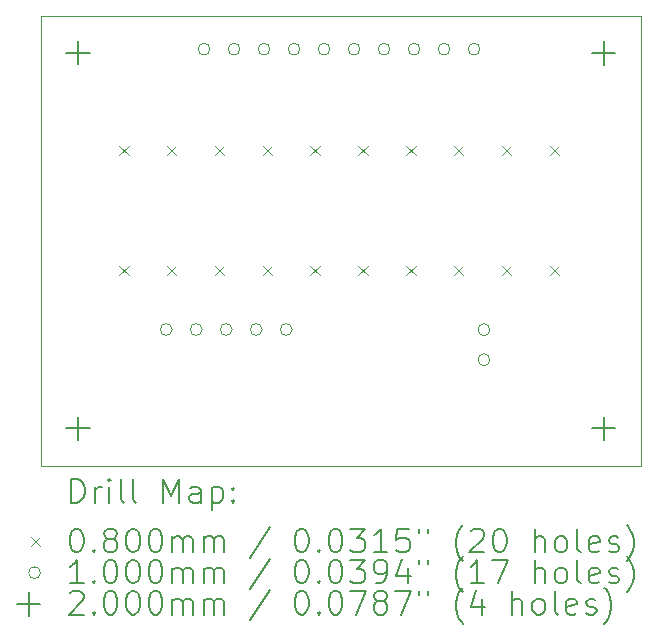
<source format=gbr>
%TF.GenerationSoftware,KiCad,Pcbnew,8.0.3*%
%TF.CreationDate,2024-07-19T22:27:10-04:00*%
%TF.ProjectId,DCPPowerBoard,44435050-6f77-4657-9242-6f6172642e6b,rev?*%
%TF.SameCoordinates,Original*%
%TF.FileFunction,Drillmap*%
%TF.FilePolarity,Positive*%
%FSLAX45Y45*%
G04 Gerber Fmt 4.5, Leading zero omitted, Abs format (unit mm)*
G04 Created by KiCad (PCBNEW 8.0.3) date 2024-07-19 22:27:10*
%MOMM*%
%LPD*%
G01*
G04 APERTURE LIST*
%ADD10C,0.050000*%
%ADD11C,0.200000*%
%ADD12C,0.100000*%
G04 APERTURE END LIST*
D10*
X6743500Y-4266250D02*
X11823500Y-4266250D01*
X11823500Y-8076250D01*
X6743500Y-8076250D01*
X6743500Y-4266250D01*
D11*
D12*
X7407000Y-5369000D02*
X7487000Y-5449000D01*
X7487000Y-5369000D02*
X7407000Y-5449000D01*
X7407000Y-6385000D02*
X7487000Y-6465000D01*
X7487000Y-6385000D02*
X7407000Y-6465000D01*
X7812000Y-5369000D02*
X7892000Y-5449000D01*
X7892000Y-5369000D02*
X7812000Y-5449000D01*
X7812000Y-6385000D02*
X7892000Y-6465000D01*
X7892000Y-6385000D02*
X7812000Y-6465000D01*
X8217000Y-5369000D02*
X8297000Y-5449000D01*
X8297000Y-5369000D02*
X8217000Y-5449000D01*
X8217000Y-6385000D02*
X8297000Y-6465000D01*
X8297000Y-6385000D02*
X8217000Y-6465000D01*
X8622000Y-5369000D02*
X8702000Y-5449000D01*
X8702000Y-5369000D02*
X8622000Y-5449000D01*
X8622000Y-6385000D02*
X8702000Y-6465000D01*
X8702000Y-6385000D02*
X8622000Y-6465000D01*
X9027000Y-5369000D02*
X9107000Y-5449000D01*
X9107000Y-5369000D02*
X9027000Y-5449000D01*
X9027000Y-6385000D02*
X9107000Y-6465000D01*
X9107000Y-6385000D02*
X9027000Y-6465000D01*
X9432000Y-5369000D02*
X9512000Y-5449000D01*
X9512000Y-5369000D02*
X9432000Y-5449000D01*
X9432000Y-6385000D02*
X9512000Y-6465000D01*
X9512000Y-6385000D02*
X9432000Y-6465000D01*
X9837000Y-5369000D02*
X9917000Y-5449000D01*
X9917000Y-5369000D02*
X9837000Y-5449000D01*
X9837000Y-6385000D02*
X9917000Y-6465000D01*
X9917000Y-6385000D02*
X9837000Y-6465000D01*
X10242000Y-5369000D02*
X10322000Y-5449000D01*
X10322000Y-5369000D02*
X10242000Y-5449000D01*
X10242000Y-6385000D02*
X10322000Y-6465000D01*
X10322000Y-6385000D02*
X10242000Y-6465000D01*
X10647000Y-5369000D02*
X10727000Y-5449000D01*
X10727000Y-5369000D02*
X10647000Y-5449000D01*
X10647000Y-6385000D02*
X10727000Y-6465000D01*
X10727000Y-6385000D02*
X10647000Y-6465000D01*
X11052000Y-5369000D02*
X11132000Y-5449000D01*
X11132000Y-5369000D02*
X11052000Y-5449000D01*
X11052000Y-6385000D02*
X11132000Y-6465000D01*
X11132000Y-6385000D02*
X11052000Y-6465000D01*
X7855234Y-6925000D02*
G75*
G02*
X7755234Y-6925000I-50000J0D01*
G01*
X7755234Y-6925000D02*
G75*
G02*
X7855234Y-6925000I50000J0D01*
G01*
X8109234Y-6925000D02*
G75*
G02*
X8009234Y-6925000I-50000J0D01*
G01*
X8009234Y-6925000D02*
G75*
G02*
X8109234Y-6925000I50000J0D01*
G01*
X8176000Y-4550000D02*
G75*
G02*
X8076000Y-4550000I-50000J0D01*
G01*
X8076000Y-4550000D02*
G75*
G02*
X8176000Y-4550000I50000J0D01*
G01*
X8363234Y-6925000D02*
G75*
G02*
X8263234Y-6925000I-50000J0D01*
G01*
X8263234Y-6925000D02*
G75*
G02*
X8363234Y-6925000I50000J0D01*
G01*
X8430000Y-4550000D02*
G75*
G02*
X8330000Y-4550000I-50000J0D01*
G01*
X8330000Y-4550000D02*
G75*
G02*
X8430000Y-4550000I50000J0D01*
G01*
X8617234Y-6925000D02*
G75*
G02*
X8517234Y-6925000I-50000J0D01*
G01*
X8517234Y-6925000D02*
G75*
G02*
X8617234Y-6925000I50000J0D01*
G01*
X8684000Y-4550000D02*
G75*
G02*
X8584000Y-4550000I-50000J0D01*
G01*
X8584000Y-4550000D02*
G75*
G02*
X8684000Y-4550000I50000J0D01*
G01*
X8871234Y-6925000D02*
G75*
G02*
X8771234Y-6925000I-50000J0D01*
G01*
X8771234Y-6925000D02*
G75*
G02*
X8871234Y-6925000I50000J0D01*
G01*
X8938000Y-4550000D02*
G75*
G02*
X8838000Y-4550000I-50000J0D01*
G01*
X8838000Y-4550000D02*
G75*
G02*
X8938000Y-4550000I50000J0D01*
G01*
X9192000Y-4550000D02*
G75*
G02*
X9092000Y-4550000I-50000J0D01*
G01*
X9092000Y-4550000D02*
G75*
G02*
X9192000Y-4550000I50000J0D01*
G01*
X9446000Y-4550000D02*
G75*
G02*
X9346000Y-4550000I-50000J0D01*
G01*
X9346000Y-4550000D02*
G75*
G02*
X9446000Y-4550000I50000J0D01*
G01*
X9700000Y-4550000D02*
G75*
G02*
X9600000Y-4550000I-50000J0D01*
G01*
X9600000Y-4550000D02*
G75*
G02*
X9700000Y-4550000I50000J0D01*
G01*
X9954000Y-4550000D02*
G75*
G02*
X9854000Y-4550000I-50000J0D01*
G01*
X9854000Y-4550000D02*
G75*
G02*
X9954000Y-4550000I50000J0D01*
G01*
X10208000Y-4550000D02*
G75*
G02*
X10108000Y-4550000I-50000J0D01*
G01*
X10108000Y-4550000D02*
G75*
G02*
X10208000Y-4550000I50000J0D01*
G01*
X10462000Y-4550000D02*
G75*
G02*
X10362000Y-4550000I-50000J0D01*
G01*
X10362000Y-4550000D02*
G75*
G02*
X10462000Y-4550000I50000J0D01*
G01*
X10546234Y-6926000D02*
G75*
G02*
X10446234Y-6926000I-50000J0D01*
G01*
X10446234Y-6926000D02*
G75*
G02*
X10546234Y-6926000I50000J0D01*
G01*
X10546234Y-7180000D02*
G75*
G02*
X10446234Y-7180000I-50000J0D01*
G01*
X10446234Y-7180000D02*
G75*
G02*
X10546234Y-7180000I50000J0D01*
G01*
D11*
X7058686Y-7661413D02*
X7058686Y-7861413D01*
X6958686Y-7761413D02*
X7158686Y-7761413D01*
X7059787Y-4480736D02*
X7059787Y-4680736D01*
X6959787Y-4580736D02*
X7159787Y-4580736D01*
X11508574Y-4482987D02*
X11508574Y-4682987D01*
X11408574Y-4582987D02*
X11608574Y-4582987D01*
X11509252Y-7662112D02*
X11509252Y-7862112D01*
X11409252Y-7762112D02*
X11609252Y-7762112D01*
X7001777Y-8390234D02*
X7001777Y-8190234D01*
X7001777Y-8190234D02*
X7049396Y-8190234D01*
X7049396Y-8190234D02*
X7077967Y-8199758D01*
X7077967Y-8199758D02*
X7097015Y-8218805D01*
X7097015Y-8218805D02*
X7106539Y-8237853D01*
X7106539Y-8237853D02*
X7116062Y-8275948D01*
X7116062Y-8275948D02*
X7116062Y-8304519D01*
X7116062Y-8304519D02*
X7106539Y-8342615D01*
X7106539Y-8342615D02*
X7097015Y-8361662D01*
X7097015Y-8361662D02*
X7077967Y-8380710D01*
X7077967Y-8380710D02*
X7049396Y-8390234D01*
X7049396Y-8390234D02*
X7001777Y-8390234D01*
X7201777Y-8390234D02*
X7201777Y-8256900D01*
X7201777Y-8294996D02*
X7211301Y-8275948D01*
X7211301Y-8275948D02*
X7220824Y-8266424D01*
X7220824Y-8266424D02*
X7239872Y-8256900D01*
X7239872Y-8256900D02*
X7258920Y-8256900D01*
X7325586Y-8390234D02*
X7325586Y-8256900D01*
X7325586Y-8190234D02*
X7316062Y-8199758D01*
X7316062Y-8199758D02*
X7325586Y-8209281D01*
X7325586Y-8209281D02*
X7335110Y-8199758D01*
X7335110Y-8199758D02*
X7325586Y-8190234D01*
X7325586Y-8190234D02*
X7325586Y-8209281D01*
X7449396Y-8390234D02*
X7430348Y-8380710D01*
X7430348Y-8380710D02*
X7420824Y-8361662D01*
X7420824Y-8361662D02*
X7420824Y-8190234D01*
X7554158Y-8390234D02*
X7535110Y-8380710D01*
X7535110Y-8380710D02*
X7525586Y-8361662D01*
X7525586Y-8361662D02*
X7525586Y-8190234D01*
X7782729Y-8390234D02*
X7782729Y-8190234D01*
X7782729Y-8190234D02*
X7849396Y-8333091D01*
X7849396Y-8333091D02*
X7916062Y-8190234D01*
X7916062Y-8190234D02*
X7916062Y-8390234D01*
X8097015Y-8390234D02*
X8097015Y-8285472D01*
X8097015Y-8285472D02*
X8087491Y-8266424D01*
X8087491Y-8266424D02*
X8068443Y-8256900D01*
X8068443Y-8256900D02*
X8030348Y-8256900D01*
X8030348Y-8256900D02*
X8011301Y-8266424D01*
X8097015Y-8380710D02*
X8077967Y-8390234D01*
X8077967Y-8390234D02*
X8030348Y-8390234D01*
X8030348Y-8390234D02*
X8011301Y-8380710D01*
X8011301Y-8380710D02*
X8001777Y-8361662D01*
X8001777Y-8361662D02*
X8001777Y-8342615D01*
X8001777Y-8342615D02*
X8011301Y-8323567D01*
X8011301Y-8323567D02*
X8030348Y-8314043D01*
X8030348Y-8314043D02*
X8077967Y-8314043D01*
X8077967Y-8314043D02*
X8097015Y-8304519D01*
X8192253Y-8256900D02*
X8192253Y-8456900D01*
X8192253Y-8266424D02*
X8211301Y-8256900D01*
X8211301Y-8256900D02*
X8249396Y-8256900D01*
X8249396Y-8256900D02*
X8268443Y-8266424D01*
X8268443Y-8266424D02*
X8277967Y-8275948D01*
X8277967Y-8275948D02*
X8287491Y-8294996D01*
X8287491Y-8294996D02*
X8287491Y-8352138D01*
X8287491Y-8352138D02*
X8277967Y-8371186D01*
X8277967Y-8371186D02*
X8268443Y-8380710D01*
X8268443Y-8380710D02*
X8249396Y-8390234D01*
X8249396Y-8390234D02*
X8211301Y-8390234D01*
X8211301Y-8390234D02*
X8192253Y-8380710D01*
X8373205Y-8371186D02*
X8382729Y-8380710D01*
X8382729Y-8380710D02*
X8373205Y-8390234D01*
X8373205Y-8390234D02*
X8363682Y-8380710D01*
X8363682Y-8380710D02*
X8373205Y-8371186D01*
X8373205Y-8371186D02*
X8373205Y-8390234D01*
X8373205Y-8266424D02*
X8382729Y-8275948D01*
X8382729Y-8275948D02*
X8373205Y-8285472D01*
X8373205Y-8285472D02*
X8363682Y-8275948D01*
X8363682Y-8275948D02*
X8373205Y-8266424D01*
X8373205Y-8266424D02*
X8373205Y-8285472D01*
D12*
X6661000Y-8678750D02*
X6741000Y-8758750D01*
X6741000Y-8678750D02*
X6661000Y-8758750D01*
D11*
X7039872Y-8610234D02*
X7058920Y-8610234D01*
X7058920Y-8610234D02*
X7077967Y-8619758D01*
X7077967Y-8619758D02*
X7087491Y-8629281D01*
X7087491Y-8629281D02*
X7097015Y-8648329D01*
X7097015Y-8648329D02*
X7106539Y-8686424D01*
X7106539Y-8686424D02*
X7106539Y-8734043D01*
X7106539Y-8734043D02*
X7097015Y-8772139D01*
X7097015Y-8772139D02*
X7087491Y-8791186D01*
X7087491Y-8791186D02*
X7077967Y-8800710D01*
X7077967Y-8800710D02*
X7058920Y-8810234D01*
X7058920Y-8810234D02*
X7039872Y-8810234D01*
X7039872Y-8810234D02*
X7020824Y-8800710D01*
X7020824Y-8800710D02*
X7011301Y-8791186D01*
X7011301Y-8791186D02*
X7001777Y-8772139D01*
X7001777Y-8772139D02*
X6992253Y-8734043D01*
X6992253Y-8734043D02*
X6992253Y-8686424D01*
X6992253Y-8686424D02*
X7001777Y-8648329D01*
X7001777Y-8648329D02*
X7011301Y-8629281D01*
X7011301Y-8629281D02*
X7020824Y-8619758D01*
X7020824Y-8619758D02*
X7039872Y-8610234D01*
X7192253Y-8791186D02*
X7201777Y-8800710D01*
X7201777Y-8800710D02*
X7192253Y-8810234D01*
X7192253Y-8810234D02*
X7182729Y-8800710D01*
X7182729Y-8800710D02*
X7192253Y-8791186D01*
X7192253Y-8791186D02*
X7192253Y-8810234D01*
X7316062Y-8695948D02*
X7297015Y-8686424D01*
X7297015Y-8686424D02*
X7287491Y-8676900D01*
X7287491Y-8676900D02*
X7277967Y-8657853D01*
X7277967Y-8657853D02*
X7277967Y-8648329D01*
X7277967Y-8648329D02*
X7287491Y-8629281D01*
X7287491Y-8629281D02*
X7297015Y-8619758D01*
X7297015Y-8619758D02*
X7316062Y-8610234D01*
X7316062Y-8610234D02*
X7354158Y-8610234D01*
X7354158Y-8610234D02*
X7373205Y-8619758D01*
X7373205Y-8619758D02*
X7382729Y-8629281D01*
X7382729Y-8629281D02*
X7392253Y-8648329D01*
X7392253Y-8648329D02*
X7392253Y-8657853D01*
X7392253Y-8657853D02*
X7382729Y-8676900D01*
X7382729Y-8676900D02*
X7373205Y-8686424D01*
X7373205Y-8686424D02*
X7354158Y-8695948D01*
X7354158Y-8695948D02*
X7316062Y-8695948D01*
X7316062Y-8695948D02*
X7297015Y-8705472D01*
X7297015Y-8705472D02*
X7287491Y-8714996D01*
X7287491Y-8714996D02*
X7277967Y-8734043D01*
X7277967Y-8734043D02*
X7277967Y-8772139D01*
X7277967Y-8772139D02*
X7287491Y-8791186D01*
X7287491Y-8791186D02*
X7297015Y-8800710D01*
X7297015Y-8800710D02*
X7316062Y-8810234D01*
X7316062Y-8810234D02*
X7354158Y-8810234D01*
X7354158Y-8810234D02*
X7373205Y-8800710D01*
X7373205Y-8800710D02*
X7382729Y-8791186D01*
X7382729Y-8791186D02*
X7392253Y-8772139D01*
X7392253Y-8772139D02*
X7392253Y-8734043D01*
X7392253Y-8734043D02*
X7382729Y-8714996D01*
X7382729Y-8714996D02*
X7373205Y-8705472D01*
X7373205Y-8705472D02*
X7354158Y-8695948D01*
X7516062Y-8610234D02*
X7535110Y-8610234D01*
X7535110Y-8610234D02*
X7554158Y-8619758D01*
X7554158Y-8619758D02*
X7563682Y-8629281D01*
X7563682Y-8629281D02*
X7573205Y-8648329D01*
X7573205Y-8648329D02*
X7582729Y-8686424D01*
X7582729Y-8686424D02*
X7582729Y-8734043D01*
X7582729Y-8734043D02*
X7573205Y-8772139D01*
X7573205Y-8772139D02*
X7563682Y-8791186D01*
X7563682Y-8791186D02*
X7554158Y-8800710D01*
X7554158Y-8800710D02*
X7535110Y-8810234D01*
X7535110Y-8810234D02*
X7516062Y-8810234D01*
X7516062Y-8810234D02*
X7497015Y-8800710D01*
X7497015Y-8800710D02*
X7487491Y-8791186D01*
X7487491Y-8791186D02*
X7477967Y-8772139D01*
X7477967Y-8772139D02*
X7468443Y-8734043D01*
X7468443Y-8734043D02*
X7468443Y-8686424D01*
X7468443Y-8686424D02*
X7477967Y-8648329D01*
X7477967Y-8648329D02*
X7487491Y-8629281D01*
X7487491Y-8629281D02*
X7497015Y-8619758D01*
X7497015Y-8619758D02*
X7516062Y-8610234D01*
X7706539Y-8610234D02*
X7725586Y-8610234D01*
X7725586Y-8610234D02*
X7744634Y-8619758D01*
X7744634Y-8619758D02*
X7754158Y-8629281D01*
X7754158Y-8629281D02*
X7763682Y-8648329D01*
X7763682Y-8648329D02*
X7773205Y-8686424D01*
X7773205Y-8686424D02*
X7773205Y-8734043D01*
X7773205Y-8734043D02*
X7763682Y-8772139D01*
X7763682Y-8772139D02*
X7754158Y-8791186D01*
X7754158Y-8791186D02*
X7744634Y-8800710D01*
X7744634Y-8800710D02*
X7725586Y-8810234D01*
X7725586Y-8810234D02*
X7706539Y-8810234D01*
X7706539Y-8810234D02*
X7687491Y-8800710D01*
X7687491Y-8800710D02*
X7677967Y-8791186D01*
X7677967Y-8791186D02*
X7668443Y-8772139D01*
X7668443Y-8772139D02*
X7658920Y-8734043D01*
X7658920Y-8734043D02*
X7658920Y-8686424D01*
X7658920Y-8686424D02*
X7668443Y-8648329D01*
X7668443Y-8648329D02*
X7677967Y-8629281D01*
X7677967Y-8629281D02*
X7687491Y-8619758D01*
X7687491Y-8619758D02*
X7706539Y-8610234D01*
X7858920Y-8810234D02*
X7858920Y-8676900D01*
X7858920Y-8695948D02*
X7868443Y-8686424D01*
X7868443Y-8686424D02*
X7887491Y-8676900D01*
X7887491Y-8676900D02*
X7916063Y-8676900D01*
X7916063Y-8676900D02*
X7935110Y-8686424D01*
X7935110Y-8686424D02*
X7944634Y-8705472D01*
X7944634Y-8705472D02*
X7944634Y-8810234D01*
X7944634Y-8705472D02*
X7954158Y-8686424D01*
X7954158Y-8686424D02*
X7973205Y-8676900D01*
X7973205Y-8676900D02*
X8001777Y-8676900D01*
X8001777Y-8676900D02*
X8020824Y-8686424D01*
X8020824Y-8686424D02*
X8030348Y-8705472D01*
X8030348Y-8705472D02*
X8030348Y-8810234D01*
X8125586Y-8810234D02*
X8125586Y-8676900D01*
X8125586Y-8695948D02*
X8135110Y-8686424D01*
X8135110Y-8686424D02*
X8154158Y-8676900D01*
X8154158Y-8676900D02*
X8182729Y-8676900D01*
X8182729Y-8676900D02*
X8201777Y-8686424D01*
X8201777Y-8686424D02*
X8211301Y-8705472D01*
X8211301Y-8705472D02*
X8211301Y-8810234D01*
X8211301Y-8705472D02*
X8220824Y-8686424D01*
X8220824Y-8686424D02*
X8239872Y-8676900D01*
X8239872Y-8676900D02*
X8268443Y-8676900D01*
X8268443Y-8676900D02*
X8287491Y-8686424D01*
X8287491Y-8686424D02*
X8297015Y-8705472D01*
X8297015Y-8705472D02*
X8297015Y-8810234D01*
X8687491Y-8600710D02*
X8516063Y-8857853D01*
X8944634Y-8610234D02*
X8963682Y-8610234D01*
X8963682Y-8610234D02*
X8982729Y-8619758D01*
X8982729Y-8619758D02*
X8992253Y-8629281D01*
X8992253Y-8629281D02*
X9001777Y-8648329D01*
X9001777Y-8648329D02*
X9011301Y-8686424D01*
X9011301Y-8686424D02*
X9011301Y-8734043D01*
X9011301Y-8734043D02*
X9001777Y-8772139D01*
X9001777Y-8772139D02*
X8992253Y-8791186D01*
X8992253Y-8791186D02*
X8982729Y-8800710D01*
X8982729Y-8800710D02*
X8963682Y-8810234D01*
X8963682Y-8810234D02*
X8944634Y-8810234D01*
X8944634Y-8810234D02*
X8925587Y-8800710D01*
X8925587Y-8800710D02*
X8916063Y-8791186D01*
X8916063Y-8791186D02*
X8906539Y-8772139D01*
X8906539Y-8772139D02*
X8897015Y-8734043D01*
X8897015Y-8734043D02*
X8897015Y-8686424D01*
X8897015Y-8686424D02*
X8906539Y-8648329D01*
X8906539Y-8648329D02*
X8916063Y-8629281D01*
X8916063Y-8629281D02*
X8925587Y-8619758D01*
X8925587Y-8619758D02*
X8944634Y-8610234D01*
X9097015Y-8791186D02*
X9106539Y-8800710D01*
X9106539Y-8800710D02*
X9097015Y-8810234D01*
X9097015Y-8810234D02*
X9087491Y-8800710D01*
X9087491Y-8800710D02*
X9097015Y-8791186D01*
X9097015Y-8791186D02*
X9097015Y-8810234D01*
X9230348Y-8610234D02*
X9249396Y-8610234D01*
X9249396Y-8610234D02*
X9268444Y-8619758D01*
X9268444Y-8619758D02*
X9277968Y-8629281D01*
X9277968Y-8629281D02*
X9287491Y-8648329D01*
X9287491Y-8648329D02*
X9297015Y-8686424D01*
X9297015Y-8686424D02*
X9297015Y-8734043D01*
X9297015Y-8734043D02*
X9287491Y-8772139D01*
X9287491Y-8772139D02*
X9277968Y-8791186D01*
X9277968Y-8791186D02*
X9268444Y-8800710D01*
X9268444Y-8800710D02*
X9249396Y-8810234D01*
X9249396Y-8810234D02*
X9230348Y-8810234D01*
X9230348Y-8810234D02*
X9211301Y-8800710D01*
X9211301Y-8800710D02*
X9201777Y-8791186D01*
X9201777Y-8791186D02*
X9192253Y-8772139D01*
X9192253Y-8772139D02*
X9182729Y-8734043D01*
X9182729Y-8734043D02*
X9182729Y-8686424D01*
X9182729Y-8686424D02*
X9192253Y-8648329D01*
X9192253Y-8648329D02*
X9201777Y-8629281D01*
X9201777Y-8629281D02*
X9211301Y-8619758D01*
X9211301Y-8619758D02*
X9230348Y-8610234D01*
X9363682Y-8610234D02*
X9487491Y-8610234D01*
X9487491Y-8610234D02*
X9420825Y-8686424D01*
X9420825Y-8686424D02*
X9449396Y-8686424D01*
X9449396Y-8686424D02*
X9468444Y-8695948D01*
X9468444Y-8695948D02*
X9477968Y-8705472D01*
X9477968Y-8705472D02*
X9487491Y-8724520D01*
X9487491Y-8724520D02*
X9487491Y-8772139D01*
X9487491Y-8772139D02*
X9477968Y-8791186D01*
X9477968Y-8791186D02*
X9468444Y-8800710D01*
X9468444Y-8800710D02*
X9449396Y-8810234D01*
X9449396Y-8810234D02*
X9392253Y-8810234D01*
X9392253Y-8810234D02*
X9373206Y-8800710D01*
X9373206Y-8800710D02*
X9363682Y-8791186D01*
X9677968Y-8810234D02*
X9563682Y-8810234D01*
X9620825Y-8810234D02*
X9620825Y-8610234D01*
X9620825Y-8610234D02*
X9601777Y-8638805D01*
X9601777Y-8638805D02*
X9582729Y-8657853D01*
X9582729Y-8657853D02*
X9563682Y-8667377D01*
X9858920Y-8610234D02*
X9763682Y-8610234D01*
X9763682Y-8610234D02*
X9754158Y-8705472D01*
X9754158Y-8705472D02*
X9763682Y-8695948D01*
X9763682Y-8695948D02*
X9782729Y-8686424D01*
X9782729Y-8686424D02*
X9830349Y-8686424D01*
X9830349Y-8686424D02*
X9849396Y-8695948D01*
X9849396Y-8695948D02*
X9858920Y-8705472D01*
X9858920Y-8705472D02*
X9868444Y-8724520D01*
X9868444Y-8724520D02*
X9868444Y-8772139D01*
X9868444Y-8772139D02*
X9858920Y-8791186D01*
X9858920Y-8791186D02*
X9849396Y-8800710D01*
X9849396Y-8800710D02*
X9830349Y-8810234D01*
X9830349Y-8810234D02*
X9782729Y-8810234D01*
X9782729Y-8810234D02*
X9763682Y-8800710D01*
X9763682Y-8800710D02*
X9754158Y-8791186D01*
X9944634Y-8610234D02*
X9944634Y-8648329D01*
X10020825Y-8610234D02*
X10020825Y-8648329D01*
X10316063Y-8886424D02*
X10306539Y-8876900D01*
X10306539Y-8876900D02*
X10287491Y-8848329D01*
X10287491Y-8848329D02*
X10277968Y-8829281D01*
X10277968Y-8829281D02*
X10268444Y-8800710D01*
X10268444Y-8800710D02*
X10258920Y-8753091D01*
X10258920Y-8753091D02*
X10258920Y-8714996D01*
X10258920Y-8714996D02*
X10268444Y-8667377D01*
X10268444Y-8667377D02*
X10277968Y-8638805D01*
X10277968Y-8638805D02*
X10287491Y-8619758D01*
X10287491Y-8619758D02*
X10306539Y-8591186D01*
X10306539Y-8591186D02*
X10316063Y-8581662D01*
X10382730Y-8629281D02*
X10392253Y-8619758D01*
X10392253Y-8619758D02*
X10411301Y-8610234D01*
X10411301Y-8610234D02*
X10458920Y-8610234D01*
X10458920Y-8610234D02*
X10477968Y-8619758D01*
X10477968Y-8619758D02*
X10487491Y-8629281D01*
X10487491Y-8629281D02*
X10497015Y-8648329D01*
X10497015Y-8648329D02*
X10497015Y-8667377D01*
X10497015Y-8667377D02*
X10487491Y-8695948D01*
X10487491Y-8695948D02*
X10373206Y-8810234D01*
X10373206Y-8810234D02*
X10497015Y-8810234D01*
X10620825Y-8610234D02*
X10639872Y-8610234D01*
X10639872Y-8610234D02*
X10658920Y-8619758D01*
X10658920Y-8619758D02*
X10668444Y-8629281D01*
X10668444Y-8629281D02*
X10677968Y-8648329D01*
X10677968Y-8648329D02*
X10687491Y-8686424D01*
X10687491Y-8686424D02*
X10687491Y-8734043D01*
X10687491Y-8734043D02*
X10677968Y-8772139D01*
X10677968Y-8772139D02*
X10668444Y-8791186D01*
X10668444Y-8791186D02*
X10658920Y-8800710D01*
X10658920Y-8800710D02*
X10639872Y-8810234D01*
X10639872Y-8810234D02*
X10620825Y-8810234D01*
X10620825Y-8810234D02*
X10601777Y-8800710D01*
X10601777Y-8800710D02*
X10592253Y-8791186D01*
X10592253Y-8791186D02*
X10582730Y-8772139D01*
X10582730Y-8772139D02*
X10573206Y-8734043D01*
X10573206Y-8734043D02*
X10573206Y-8686424D01*
X10573206Y-8686424D02*
X10582730Y-8648329D01*
X10582730Y-8648329D02*
X10592253Y-8629281D01*
X10592253Y-8629281D02*
X10601777Y-8619758D01*
X10601777Y-8619758D02*
X10620825Y-8610234D01*
X10925587Y-8810234D02*
X10925587Y-8610234D01*
X11011301Y-8810234D02*
X11011301Y-8705472D01*
X11011301Y-8705472D02*
X11001777Y-8686424D01*
X11001777Y-8686424D02*
X10982730Y-8676900D01*
X10982730Y-8676900D02*
X10954158Y-8676900D01*
X10954158Y-8676900D02*
X10935111Y-8686424D01*
X10935111Y-8686424D02*
X10925587Y-8695948D01*
X11135111Y-8810234D02*
X11116063Y-8800710D01*
X11116063Y-8800710D02*
X11106539Y-8791186D01*
X11106539Y-8791186D02*
X11097015Y-8772139D01*
X11097015Y-8772139D02*
X11097015Y-8714996D01*
X11097015Y-8714996D02*
X11106539Y-8695948D01*
X11106539Y-8695948D02*
X11116063Y-8686424D01*
X11116063Y-8686424D02*
X11135111Y-8676900D01*
X11135111Y-8676900D02*
X11163682Y-8676900D01*
X11163682Y-8676900D02*
X11182730Y-8686424D01*
X11182730Y-8686424D02*
X11192253Y-8695948D01*
X11192253Y-8695948D02*
X11201777Y-8714996D01*
X11201777Y-8714996D02*
X11201777Y-8772139D01*
X11201777Y-8772139D02*
X11192253Y-8791186D01*
X11192253Y-8791186D02*
X11182730Y-8800710D01*
X11182730Y-8800710D02*
X11163682Y-8810234D01*
X11163682Y-8810234D02*
X11135111Y-8810234D01*
X11316063Y-8810234D02*
X11297015Y-8800710D01*
X11297015Y-8800710D02*
X11287491Y-8781662D01*
X11287491Y-8781662D02*
X11287491Y-8610234D01*
X11468444Y-8800710D02*
X11449396Y-8810234D01*
X11449396Y-8810234D02*
X11411301Y-8810234D01*
X11411301Y-8810234D02*
X11392253Y-8800710D01*
X11392253Y-8800710D02*
X11382730Y-8781662D01*
X11382730Y-8781662D02*
X11382730Y-8705472D01*
X11382730Y-8705472D02*
X11392253Y-8686424D01*
X11392253Y-8686424D02*
X11411301Y-8676900D01*
X11411301Y-8676900D02*
X11449396Y-8676900D01*
X11449396Y-8676900D02*
X11468444Y-8686424D01*
X11468444Y-8686424D02*
X11477968Y-8705472D01*
X11477968Y-8705472D02*
X11477968Y-8724520D01*
X11477968Y-8724520D02*
X11382730Y-8743567D01*
X11554158Y-8800710D02*
X11573206Y-8810234D01*
X11573206Y-8810234D02*
X11611301Y-8810234D01*
X11611301Y-8810234D02*
X11630349Y-8800710D01*
X11630349Y-8800710D02*
X11639872Y-8781662D01*
X11639872Y-8781662D02*
X11639872Y-8772139D01*
X11639872Y-8772139D02*
X11630349Y-8753091D01*
X11630349Y-8753091D02*
X11611301Y-8743567D01*
X11611301Y-8743567D02*
X11582730Y-8743567D01*
X11582730Y-8743567D02*
X11563682Y-8734043D01*
X11563682Y-8734043D02*
X11554158Y-8714996D01*
X11554158Y-8714996D02*
X11554158Y-8705472D01*
X11554158Y-8705472D02*
X11563682Y-8686424D01*
X11563682Y-8686424D02*
X11582730Y-8676900D01*
X11582730Y-8676900D02*
X11611301Y-8676900D01*
X11611301Y-8676900D02*
X11630349Y-8686424D01*
X11706539Y-8886424D02*
X11716063Y-8876900D01*
X11716063Y-8876900D02*
X11735111Y-8848329D01*
X11735111Y-8848329D02*
X11744634Y-8829281D01*
X11744634Y-8829281D02*
X11754158Y-8800710D01*
X11754158Y-8800710D02*
X11763682Y-8753091D01*
X11763682Y-8753091D02*
X11763682Y-8714996D01*
X11763682Y-8714996D02*
X11754158Y-8667377D01*
X11754158Y-8667377D02*
X11744634Y-8638805D01*
X11744634Y-8638805D02*
X11735111Y-8619758D01*
X11735111Y-8619758D02*
X11716063Y-8591186D01*
X11716063Y-8591186D02*
X11706539Y-8581662D01*
D12*
X6741000Y-8982750D02*
G75*
G02*
X6641000Y-8982750I-50000J0D01*
G01*
X6641000Y-8982750D02*
G75*
G02*
X6741000Y-8982750I50000J0D01*
G01*
D11*
X7106539Y-9074234D02*
X6992253Y-9074234D01*
X7049396Y-9074234D02*
X7049396Y-8874234D01*
X7049396Y-8874234D02*
X7030348Y-8902805D01*
X7030348Y-8902805D02*
X7011301Y-8921853D01*
X7011301Y-8921853D02*
X6992253Y-8931377D01*
X7192253Y-9055186D02*
X7201777Y-9064710D01*
X7201777Y-9064710D02*
X7192253Y-9074234D01*
X7192253Y-9074234D02*
X7182729Y-9064710D01*
X7182729Y-9064710D02*
X7192253Y-9055186D01*
X7192253Y-9055186D02*
X7192253Y-9074234D01*
X7325586Y-8874234D02*
X7344634Y-8874234D01*
X7344634Y-8874234D02*
X7363682Y-8883758D01*
X7363682Y-8883758D02*
X7373205Y-8893281D01*
X7373205Y-8893281D02*
X7382729Y-8912329D01*
X7382729Y-8912329D02*
X7392253Y-8950424D01*
X7392253Y-8950424D02*
X7392253Y-8998043D01*
X7392253Y-8998043D02*
X7382729Y-9036139D01*
X7382729Y-9036139D02*
X7373205Y-9055186D01*
X7373205Y-9055186D02*
X7363682Y-9064710D01*
X7363682Y-9064710D02*
X7344634Y-9074234D01*
X7344634Y-9074234D02*
X7325586Y-9074234D01*
X7325586Y-9074234D02*
X7306539Y-9064710D01*
X7306539Y-9064710D02*
X7297015Y-9055186D01*
X7297015Y-9055186D02*
X7287491Y-9036139D01*
X7287491Y-9036139D02*
X7277967Y-8998043D01*
X7277967Y-8998043D02*
X7277967Y-8950424D01*
X7277967Y-8950424D02*
X7287491Y-8912329D01*
X7287491Y-8912329D02*
X7297015Y-8893281D01*
X7297015Y-8893281D02*
X7306539Y-8883758D01*
X7306539Y-8883758D02*
X7325586Y-8874234D01*
X7516062Y-8874234D02*
X7535110Y-8874234D01*
X7535110Y-8874234D02*
X7554158Y-8883758D01*
X7554158Y-8883758D02*
X7563682Y-8893281D01*
X7563682Y-8893281D02*
X7573205Y-8912329D01*
X7573205Y-8912329D02*
X7582729Y-8950424D01*
X7582729Y-8950424D02*
X7582729Y-8998043D01*
X7582729Y-8998043D02*
X7573205Y-9036139D01*
X7573205Y-9036139D02*
X7563682Y-9055186D01*
X7563682Y-9055186D02*
X7554158Y-9064710D01*
X7554158Y-9064710D02*
X7535110Y-9074234D01*
X7535110Y-9074234D02*
X7516062Y-9074234D01*
X7516062Y-9074234D02*
X7497015Y-9064710D01*
X7497015Y-9064710D02*
X7487491Y-9055186D01*
X7487491Y-9055186D02*
X7477967Y-9036139D01*
X7477967Y-9036139D02*
X7468443Y-8998043D01*
X7468443Y-8998043D02*
X7468443Y-8950424D01*
X7468443Y-8950424D02*
X7477967Y-8912329D01*
X7477967Y-8912329D02*
X7487491Y-8893281D01*
X7487491Y-8893281D02*
X7497015Y-8883758D01*
X7497015Y-8883758D02*
X7516062Y-8874234D01*
X7706539Y-8874234D02*
X7725586Y-8874234D01*
X7725586Y-8874234D02*
X7744634Y-8883758D01*
X7744634Y-8883758D02*
X7754158Y-8893281D01*
X7754158Y-8893281D02*
X7763682Y-8912329D01*
X7763682Y-8912329D02*
X7773205Y-8950424D01*
X7773205Y-8950424D02*
X7773205Y-8998043D01*
X7773205Y-8998043D02*
X7763682Y-9036139D01*
X7763682Y-9036139D02*
X7754158Y-9055186D01*
X7754158Y-9055186D02*
X7744634Y-9064710D01*
X7744634Y-9064710D02*
X7725586Y-9074234D01*
X7725586Y-9074234D02*
X7706539Y-9074234D01*
X7706539Y-9074234D02*
X7687491Y-9064710D01*
X7687491Y-9064710D02*
X7677967Y-9055186D01*
X7677967Y-9055186D02*
X7668443Y-9036139D01*
X7668443Y-9036139D02*
X7658920Y-8998043D01*
X7658920Y-8998043D02*
X7658920Y-8950424D01*
X7658920Y-8950424D02*
X7668443Y-8912329D01*
X7668443Y-8912329D02*
X7677967Y-8893281D01*
X7677967Y-8893281D02*
X7687491Y-8883758D01*
X7687491Y-8883758D02*
X7706539Y-8874234D01*
X7858920Y-9074234D02*
X7858920Y-8940900D01*
X7858920Y-8959948D02*
X7868443Y-8950424D01*
X7868443Y-8950424D02*
X7887491Y-8940900D01*
X7887491Y-8940900D02*
X7916063Y-8940900D01*
X7916063Y-8940900D02*
X7935110Y-8950424D01*
X7935110Y-8950424D02*
X7944634Y-8969472D01*
X7944634Y-8969472D02*
X7944634Y-9074234D01*
X7944634Y-8969472D02*
X7954158Y-8950424D01*
X7954158Y-8950424D02*
X7973205Y-8940900D01*
X7973205Y-8940900D02*
X8001777Y-8940900D01*
X8001777Y-8940900D02*
X8020824Y-8950424D01*
X8020824Y-8950424D02*
X8030348Y-8969472D01*
X8030348Y-8969472D02*
X8030348Y-9074234D01*
X8125586Y-9074234D02*
X8125586Y-8940900D01*
X8125586Y-8959948D02*
X8135110Y-8950424D01*
X8135110Y-8950424D02*
X8154158Y-8940900D01*
X8154158Y-8940900D02*
X8182729Y-8940900D01*
X8182729Y-8940900D02*
X8201777Y-8950424D01*
X8201777Y-8950424D02*
X8211301Y-8969472D01*
X8211301Y-8969472D02*
X8211301Y-9074234D01*
X8211301Y-8969472D02*
X8220824Y-8950424D01*
X8220824Y-8950424D02*
X8239872Y-8940900D01*
X8239872Y-8940900D02*
X8268443Y-8940900D01*
X8268443Y-8940900D02*
X8287491Y-8950424D01*
X8287491Y-8950424D02*
X8297015Y-8969472D01*
X8297015Y-8969472D02*
X8297015Y-9074234D01*
X8687491Y-8864710D02*
X8516063Y-9121853D01*
X8944634Y-8874234D02*
X8963682Y-8874234D01*
X8963682Y-8874234D02*
X8982729Y-8883758D01*
X8982729Y-8883758D02*
X8992253Y-8893281D01*
X8992253Y-8893281D02*
X9001777Y-8912329D01*
X9001777Y-8912329D02*
X9011301Y-8950424D01*
X9011301Y-8950424D02*
X9011301Y-8998043D01*
X9011301Y-8998043D02*
X9001777Y-9036139D01*
X9001777Y-9036139D02*
X8992253Y-9055186D01*
X8992253Y-9055186D02*
X8982729Y-9064710D01*
X8982729Y-9064710D02*
X8963682Y-9074234D01*
X8963682Y-9074234D02*
X8944634Y-9074234D01*
X8944634Y-9074234D02*
X8925587Y-9064710D01*
X8925587Y-9064710D02*
X8916063Y-9055186D01*
X8916063Y-9055186D02*
X8906539Y-9036139D01*
X8906539Y-9036139D02*
X8897015Y-8998043D01*
X8897015Y-8998043D02*
X8897015Y-8950424D01*
X8897015Y-8950424D02*
X8906539Y-8912329D01*
X8906539Y-8912329D02*
X8916063Y-8893281D01*
X8916063Y-8893281D02*
X8925587Y-8883758D01*
X8925587Y-8883758D02*
X8944634Y-8874234D01*
X9097015Y-9055186D02*
X9106539Y-9064710D01*
X9106539Y-9064710D02*
X9097015Y-9074234D01*
X9097015Y-9074234D02*
X9087491Y-9064710D01*
X9087491Y-9064710D02*
X9097015Y-9055186D01*
X9097015Y-9055186D02*
X9097015Y-9074234D01*
X9230348Y-8874234D02*
X9249396Y-8874234D01*
X9249396Y-8874234D02*
X9268444Y-8883758D01*
X9268444Y-8883758D02*
X9277968Y-8893281D01*
X9277968Y-8893281D02*
X9287491Y-8912329D01*
X9287491Y-8912329D02*
X9297015Y-8950424D01*
X9297015Y-8950424D02*
X9297015Y-8998043D01*
X9297015Y-8998043D02*
X9287491Y-9036139D01*
X9287491Y-9036139D02*
X9277968Y-9055186D01*
X9277968Y-9055186D02*
X9268444Y-9064710D01*
X9268444Y-9064710D02*
X9249396Y-9074234D01*
X9249396Y-9074234D02*
X9230348Y-9074234D01*
X9230348Y-9074234D02*
X9211301Y-9064710D01*
X9211301Y-9064710D02*
X9201777Y-9055186D01*
X9201777Y-9055186D02*
X9192253Y-9036139D01*
X9192253Y-9036139D02*
X9182729Y-8998043D01*
X9182729Y-8998043D02*
X9182729Y-8950424D01*
X9182729Y-8950424D02*
X9192253Y-8912329D01*
X9192253Y-8912329D02*
X9201777Y-8893281D01*
X9201777Y-8893281D02*
X9211301Y-8883758D01*
X9211301Y-8883758D02*
X9230348Y-8874234D01*
X9363682Y-8874234D02*
X9487491Y-8874234D01*
X9487491Y-8874234D02*
X9420825Y-8950424D01*
X9420825Y-8950424D02*
X9449396Y-8950424D01*
X9449396Y-8950424D02*
X9468444Y-8959948D01*
X9468444Y-8959948D02*
X9477968Y-8969472D01*
X9477968Y-8969472D02*
X9487491Y-8988520D01*
X9487491Y-8988520D02*
X9487491Y-9036139D01*
X9487491Y-9036139D02*
X9477968Y-9055186D01*
X9477968Y-9055186D02*
X9468444Y-9064710D01*
X9468444Y-9064710D02*
X9449396Y-9074234D01*
X9449396Y-9074234D02*
X9392253Y-9074234D01*
X9392253Y-9074234D02*
X9373206Y-9064710D01*
X9373206Y-9064710D02*
X9363682Y-9055186D01*
X9582729Y-9074234D02*
X9620825Y-9074234D01*
X9620825Y-9074234D02*
X9639872Y-9064710D01*
X9639872Y-9064710D02*
X9649396Y-9055186D01*
X9649396Y-9055186D02*
X9668444Y-9026615D01*
X9668444Y-9026615D02*
X9677968Y-8988520D01*
X9677968Y-8988520D02*
X9677968Y-8912329D01*
X9677968Y-8912329D02*
X9668444Y-8893281D01*
X9668444Y-8893281D02*
X9658920Y-8883758D01*
X9658920Y-8883758D02*
X9639872Y-8874234D01*
X9639872Y-8874234D02*
X9601777Y-8874234D01*
X9601777Y-8874234D02*
X9582729Y-8883758D01*
X9582729Y-8883758D02*
X9573206Y-8893281D01*
X9573206Y-8893281D02*
X9563682Y-8912329D01*
X9563682Y-8912329D02*
X9563682Y-8959948D01*
X9563682Y-8959948D02*
X9573206Y-8978996D01*
X9573206Y-8978996D02*
X9582729Y-8988520D01*
X9582729Y-8988520D02*
X9601777Y-8998043D01*
X9601777Y-8998043D02*
X9639872Y-8998043D01*
X9639872Y-8998043D02*
X9658920Y-8988520D01*
X9658920Y-8988520D02*
X9668444Y-8978996D01*
X9668444Y-8978996D02*
X9677968Y-8959948D01*
X9849396Y-8940900D02*
X9849396Y-9074234D01*
X9801777Y-8864710D02*
X9754158Y-9007567D01*
X9754158Y-9007567D02*
X9877968Y-9007567D01*
X9944634Y-8874234D02*
X9944634Y-8912329D01*
X10020825Y-8874234D02*
X10020825Y-8912329D01*
X10316063Y-9150424D02*
X10306539Y-9140900D01*
X10306539Y-9140900D02*
X10287491Y-9112329D01*
X10287491Y-9112329D02*
X10277968Y-9093281D01*
X10277968Y-9093281D02*
X10268444Y-9064710D01*
X10268444Y-9064710D02*
X10258920Y-9017091D01*
X10258920Y-9017091D02*
X10258920Y-8978996D01*
X10258920Y-8978996D02*
X10268444Y-8931377D01*
X10268444Y-8931377D02*
X10277968Y-8902805D01*
X10277968Y-8902805D02*
X10287491Y-8883758D01*
X10287491Y-8883758D02*
X10306539Y-8855186D01*
X10306539Y-8855186D02*
X10316063Y-8845662D01*
X10497015Y-9074234D02*
X10382730Y-9074234D01*
X10439872Y-9074234D02*
X10439872Y-8874234D01*
X10439872Y-8874234D02*
X10420825Y-8902805D01*
X10420825Y-8902805D02*
X10401777Y-8921853D01*
X10401777Y-8921853D02*
X10382730Y-8931377D01*
X10563682Y-8874234D02*
X10697015Y-8874234D01*
X10697015Y-8874234D02*
X10611301Y-9074234D01*
X10925587Y-9074234D02*
X10925587Y-8874234D01*
X11011301Y-9074234D02*
X11011301Y-8969472D01*
X11011301Y-8969472D02*
X11001777Y-8950424D01*
X11001777Y-8950424D02*
X10982730Y-8940900D01*
X10982730Y-8940900D02*
X10954158Y-8940900D01*
X10954158Y-8940900D02*
X10935111Y-8950424D01*
X10935111Y-8950424D02*
X10925587Y-8959948D01*
X11135111Y-9074234D02*
X11116063Y-9064710D01*
X11116063Y-9064710D02*
X11106539Y-9055186D01*
X11106539Y-9055186D02*
X11097015Y-9036139D01*
X11097015Y-9036139D02*
X11097015Y-8978996D01*
X11097015Y-8978996D02*
X11106539Y-8959948D01*
X11106539Y-8959948D02*
X11116063Y-8950424D01*
X11116063Y-8950424D02*
X11135111Y-8940900D01*
X11135111Y-8940900D02*
X11163682Y-8940900D01*
X11163682Y-8940900D02*
X11182730Y-8950424D01*
X11182730Y-8950424D02*
X11192253Y-8959948D01*
X11192253Y-8959948D02*
X11201777Y-8978996D01*
X11201777Y-8978996D02*
X11201777Y-9036139D01*
X11201777Y-9036139D02*
X11192253Y-9055186D01*
X11192253Y-9055186D02*
X11182730Y-9064710D01*
X11182730Y-9064710D02*
X11163682Y-9074234D01*
X11163682Y-9074234D02*
X11135111Y-9074234D01*
X11316063Y-9074234D02*
X11297015Y-9064710D01*
X11297015Y-9064710D02*
X11287491Y-9045662D01*
X11287491Y-9045662D02*
X11287491Y-8874234D01*
X11468444Y-9064710D02*
X11449396Y-9074234D01*
X11449396Y-9074234D02*
X11411301Y-9074234D01*
X11411301Y-9074234D02*
X11392253Y-9064710D01*
X11392253Y-9064710D02*
X11382730Y-9045662D01*
X11382730Y-9045662D02*
X11382730Y-8969472D01*
X11382730Y-8969472D02*
X11392253Y-8950424D01*
X11392253Y-8950424D02*
X11411301Y-8940900D01*
X11411301Y-8940900D02*
X11449396Y-8940900D01*
X11449396Y-8940900D02*
X11468444Y-8950424D01*
X11468444Y-8950424D02*
X11477968Y-8969472D01*
X11477968Y-8969472D02*
X11477968Y-8988520D01*
X11477968Y-8988520D02*
X11382730Y-9007567D01*
X11554158Y-9064710D02*
X11573206Y-9074234D01*
X11573206Y-9074234D02*
X11611301Y-9074234D01*
X11611301Y-9074234D02*
X11630349Y-9064710D01*
X11630349Y-9064710D02*
X11639872Y-9045662D01*
X11639872Y-9045662D02*
X11639872Y-9036139D01*
X11639872Y-9036139D02*
X11630349Y-9017091D01*
X11630349Y-9017091D02*
X11611301Y-9007567D01*
X11611301Y-9007567D02*
X11582730Y-9007567D01*
X11582730Y-9007567D02*
X11563682Y-8998043D01*
X11563682Y-8998043D02*
X11554158Y-8978996D01*
X11554158Y-8978996D02*
X11554158Y-8969472D01*
X11554158Y-8969472D02*
X11563682Y-8950424D01*
X11563682Y-8950424D02*
X11582730Y-8940900D01*
X11582730Y-8940900D02*
X11611301Y-8940900D01*
X11611301Y-8940900D02*
X11630349Y-8950424D01*
X11706539Y-9150424D02*
X11716063Y-9140900D01*
X11716063Y-9140900D02*
X11735111Y-9112329D01*
X11735111Y-9112329D02*
X11744634Y-9093281D01*
X11744634Y-9093281D02*
X11754158Y-9064710D01*
X11754158Y-9064710D02*
X11763682Y-9017091D01*
X11763682Y-9017091D02*
X11763682Y-8978996D01*
X11763682Y-8978996D02*
X11754158Y-8931377D01*
X11754158Y-8931377D02*
X11744634Y-8902805D01*
X11744634Y-8902805D02*
X11735111Y-8883758D01*
X11735111Y-8883758D02*
X11716063Y-8855186D01*
X11716063Y-8855186D02*
X11706539Y-8845662D01*
X6641000Y-9146750D02*
X6641000Y-9346750D01*
X6541000Y-9246750D02*
X6741000Y-9246750D01*
X6992253Y-9157281D02*
X7001777Y-9147758D01*
X7001777Y-9147758D02*
X7020824Y-9138234D01*
X7020824Y-9138234D02*
X7068443Y-9138234D01*
X7068443Y-9138234D02*
X7087491Y-9147758D01*
X7087491Y-9147758D02*
X7097015Y-9157281D01*
X7097015Y-9157281D02*
X7106539Y-9176329D01*
X7106539Y-9176329D02*
X7106539Y-9195377D01*
X7106539Y-9195377D02*
X7097015Y-9223948D01*
X7097015Y-9223948D02*
X6982729Y-9338234D01*
X6982729Y-9338234D02*
X7106539Y-9338234D01*
X7192253Y-9319186D02*
X7201777Y-9328710D01*
X7201777Y-9328710D02*
X7192253Y-9338234D01*
X7192253Y-9338234D02*
X7182729Y-9328710D01*
X7182729Y-9328710D02*
X7192253Y-9319186D01*
X7192253Y-9319186D02*
X7192253Y-9338234D01*
X7325586Y-9138234D02*
X7344634Y-9138234D01*
X7344634Y-9138234D02*
X7363682Y-9147758D01*
X7363682Y-9147758D02*
X7373205Y-9157281D01*
X7373205Y-9157281D02*
X7382729Y-9176329D01*
X7382729Y-9176329D02*
X7392253Y-9214424D01*
X7392253Y-9214424D02*
X7392253Y-9262043D01*
X7392253Y-9262043D02*
X7382729Y-9300139D01*
X7382729Y-9300139D02*
X7373205Y-9319186D01*
X7373205Y-9319186D02*
X7363682Y-9328710D01*
X7363682Y-9328710D02*
X7344634Y-9338234D01*
X7344634Y-9338234D02*
X7325586Y-9338234D01*
X7325586Y-9338234D02*
X7306539Y-9328710D01*
X7306539Y-9328710D02*
X7297015Y-9319186D01*
X7297015Y-9319186D02*
X7287491Y-9300139D01*
X7287491Y-9300139D02*
X7277967Y-9262043D01*
X7277967Y-9262043D02*
X7277967Y-9214424D01*
X7277967Y-9214424D02*
X7287491Y-9176329D01*
X7287491Y-9176329D02*
X7297015Y-9157281D01*
X7297015Y-9157281D02*
X7306539Y-9147758D01*
X7306539Y-9147758D02*
X7325586Y-9138234D01*
X7516062Y-9138234D02*
X7535110Y-9138234D01*
X7535110Y-9138234D02*
X7554158Y-9147758D01*
X7554158Y-9147758D02*
X7563682Y-9157281D01*
X7563682Y-9157281D02*
X7573205Y-9176329D01*
X7573205Y-9176329D02*
X7582729Y-9214424D01*
X7582729Y-9214424D02*
X7582729Y-9262043D01*
X7582729Y-9262043D02*
X7573205Y-9300139D01*
X7573205Y-9300139D02*
X7563682Y-9319186D01*
X7563682Y-9319186D02*
X7554158Y-9328710D01*
X7554158Y-9328710D02*
X7535110Y-9338234D01*
X7535110Y-9338234D02*
X7516062Y-9338234D01*
X7516062Y-9338234D02*
X7497015Y-9328710D01*
X7497015Y-9328710D02*
X7487491Y-9319186D01*
X7487491Y-9319186D02*
X7477967Y-9300139D01*
X7477967Y-9300139D02*
X7468443Y-9262043D01*
X7468443Y-9262043D02*
X7468443Y-9214424D01*
X7468443Y-9214424D02*
X7477967Y-9176329D01*
X7477967Y-9176329D02*
X7487491Y-9157281D01*
X7487491Y-9157281D02*
X7497015Y-9147758D01*
X7497015Y-9147758D02*
X7516062Y-9138234D01*
X7706539Y-9138234D02*
X7725586Y-9138234D01*
X7725586Y-9138234D02*
X7744634Y-9147758D01*
X7744634Y-9147758D02*
X7754158Y-9157281D01*
X7754158Y-9157281D02*
X7763682Y-9176329D01*
X7763682Y-9176329D02*
X7773205Y-9214424D01*
X7773205Y-9214424D02*
X7773205Y-9262043D01*
X7773205Y-9262043D02*
X7763682Y-9300139D01*
X7763682Y-9300139D02*
X7754158Y-9319186D01*
X7754158Y-9319186D02*
X7744634Y-9328710D01*
X7744634Y-9328710D02*
X7725586Y-9338234D01*
X7725586Y-9338234D02*
X7706539Y-9338234D01*
X7706539Y-9338234D02*
X7687491Y-9328710D01*
X7687491Y-9328710D02*
X7677967Y-9319186D01*
X7677967Y-9319186D02*
X7668443Y-9300139D01*
X7668443Y-9300139D02*
X7658920Y-9262043D01*
X7658920Y-9262043D02*
X7658920Y-9214424D01*
X7658920Y-9214424D02*
X7668443Y-9176329D01*
X7668443Y-9176329D02*
X7677967Y-9157281D01*
X7677967Y-9157281D02*
X7687491Y-9147758D01*
X7687491Y-9147758D02*
X7706539Y-9138234D01*
X7858920Y-9338234D02*
X7858920Y-9204900D01*
X7858920Y-9223948D02*
X7868443Y-9214424D01*
X7868443Y-9214424D02*
X7887491Y-9204900D01*
X7887491Y-9204900D02*
X7916063Y-9204900D01*
X7916063Y-9204900D02*
X7935110Y-9214424D01*
X7935110Y-9214424D02*
X7944634Y-9233472D01*
X7944634Y-9233472D02*
X7944634Y-9338234D01*
X7944634Y-9233472D02*
X7954158Y-9214424D01*
X7954158Y-9214424D02*
X7973205Y-9204900D01*
X7973205Y-9204900D02*
X8001777Y-9204900D01*
X8001777Y-9204900D02*
X8020824Y-9214424D01*
X8020824Y-9214424D02*
X8030348Y-9233472D01*
X8030348Y-9233472D02*
X8030348Y-9338234D01*
X8125586Y-9338234D02*
X8125586Y-9204900D01*
X8125586Y-9223948D02*
X8135110Y-9214424D01*
X8135110Y-9214424D02*
X8154158Y-9204900D01*
X8154158Y-9204900D02*
X8182729Y-9204900D01*
X8182729Y-9204900D02*
X8201777Y-9214424D01*
X8201777Y-9214424D02*
X8211301Y-9233472D01*
X8211301Y-9233472D02*
X8211301Y-9338234D01*
X8211301Y-9233472D02*
X8220824Y-9214424D01*
X8220824Y-9214424D02*
X8239872Y-9204900D01*
X8239872Y-9204900D02*
X8268443Y-9204900D01*
X8268443Y-9204900D02*
X8287491Y-9214424D01*
X8287491Y-9214424D02*
X8297015Y-9233472D01*
X8297015Y-9233472D02*
X8297015Y-9338234D01*
X8687491Y-9128710D02*
X8516063Y-9385853D01*
X8944634Y-9138234D02*
X8963682Y-9138234D01*
X8963682Y-9138234D02*
X8982729Y-9147758D01*
X8982729Y-9147758D02*
X8992253Y-9157281D01*
X8992253Y-9157281D02*
X9001777Y-9176329D01*
X9001777Y-9176329D02*
X9011301Y-9214424D01*
X9011301Y-9214424D02*
X9011301Y-9262043D01*
X9011301Y-9262043D02*
X9001777Y-9300139D01*
X9001777Y-9300139D02*
X8992253Y-9319186D01*
X8992253Y-9319186D02*
X8982729Y-9328710D01*
X8982729Y-9328710D02*
X8963682Y-9338234D01*
X8963682Y-9338234D02*
X8944634Y-9338234D01*
X8944634Y-9338234D02*
X8925587Y-9328710D01*
X8925587Y-9328710D02*
X8916063Y-9319186D01*
X8916063Y-9319186D02*
X8906539Y-9300139D01*
X8906539Y-9300139D02*
X8897015Y-9262043D01*
X8897015Y-9262043D02*
X8897015Y-9214424D01*
X8897015Y-9214424D02*
X8906539Y-9176329D01*
X8906539Y-9176329D02*
X8916063Y-9157281D01*
X8916063Y-9157281D02*
X8925587Y-9147758D01*
X8925587Y-9147758D02*
X8944634Y-9138234D01*
X9097015Y-9319186D02*
X9106539Y-9328710D01*
X9106539Y-9328710D02*
X9097015Y-9338234D01*
X9097015Y-9338234D02*
X9087491Y-9328710D01*
X9087491Y-9328710D02*
X9097015Y-9319186D01*
X9097015Y-9319186D02*
X9097015Y-9338234D01*
X9230348Y-9138234D02*
X9249396Y-9138234D01*
X9249396Y-9138234D02*
X9268444Y-9147758D01*
X9268444Y-9147758D02*
X9277968Y-9157281D01*
X9277968Y-9157281D02*
X9287491Y-9176329D01*
X9287491Y-9176329D02*
X9297015Y-9214424D01*
X9297015Y-9214424D02*
X9297015Y-9262043D01*
X9297015Y-9262043D02*
X9287491Y-9300139D01*
X9287491Y-9300139D02*
X9277968Y-9319186D01*
X9277968Y-9319186D02*
X9268444Y-9328710D01*
X9268444Y-9328710D02*
X9249396Y-9338234D01*
X9249396Y-9338234D02*
X9230348Y-9338234D01*
X9230348Y-9338234D02*
X9211301Y-9328710D01*
X9211301Y-9328710D02*
X9201777Y-9319186D01*
X9201777Y-9319186D02*
X9192253Y-9300139D01*
X9192253Y-9300139D02*
X9182729Y-9262043D01*
X9182729Y-9262043D02*
X9182729Y-9214424D01*
X9182729Y-9214424D02*
X9192253Y-9176329D01*
X9192253Y-9176329D02*
X9201777Y-9157281D01*
X9201777Y-9157281D02*
X9211301Y-9147758D01*
X9211301Y-9147758D02*
X9230348Y-9138234D01*
X9363682Y-9138234D02*
X9497015Y-9138234D01*
X9497015Y-9138234D02*
X9411301Y-9338234D01*
X9601777Y-9223948D02*
X9582729Y-9214424D01*
X9582729Y-9214424D02*
X9573206Y-9204900D01*
X9573206Y-9204900D02*
X9563682Y-9185853D01*
X9563682Y-9185853D02*
X9563682Y-9176329D01*
X9563682Y-9176329D02*
X9573206Y-9157281D01*
X9573206Y-9157281D02*
X9582729Y-9147758D01*
X9582729Y-9147758D02*
X9601777Y-9138234D01*
X9601777Y-9138234D02*
X9639872Y-9138234D01*
X9639872Y-9138234D02*
X9658920Y-9147758D01*
X9658920Y-9147758D02*
X9668444Y-9157281D01*
X9668444Y-9157281D02*
X9677968Y-9176329D01*
X9677968Y-9176329D02*
X9677968Y-9185853D01*
X9677968Y-9185853D02*
X9668444Y-9204900D01*
X9668444Y-9204900D02*
X9658920Y-9214424D01*
X9658920Y-9214424D02*
X9639872Y-9223948D01*
X9639872Y-9223948D02*
X9601777Y-9223948D01*
X9601777Y-9223948D02*
X9582729Y-9233472D01*
X9582729Y-9233472D02*
X9573206Y-9242996D01*
X9573206Y-9242996D02*
X9563682Y-9262043D01*
X9563682Y-9262043D02*
X9563682Y-9300139D01*
X9563682Y-9300139D02*
X9573206Y-9319186D01*
X9573206Y-9319186D02*
X9582729Y-9328710D01*
X9582729Y-9328710D02*
X9601777Y-9338234D01*
X9601777Y-9338234D02*
X9639872Y-9338234D01*
X9639872Y-9338234D02*
X9658920Y-9328710D01*
X9658920Y-9328710D02*
X9668444Y-9319186D01*
X9668444Y-9319186D02*
X9677968Y-9300139D01*
X9677968Y-9300139D02*
X9677968Y-9262043D01*
X9677968Y-9262043D02*
X9668444Y-9242996D01*
X9668444Y-9242996D02*
X9658920Y-9233472D01*
X9658920Y-9233472D02*
X9639872Y-9223948D01*
X9744634Y-9138234D02*
X9877968Y-9138234D01*
X9877968Y-9138234D02*
X9792253Y-9338234D01*
X9944634Y-9138234D02*
X9944634Y-9176329D01*
X10020825Y-9138234D02*
X10020825Y-9176329D01*
X10316063Y-9414424D02*
X10306539Y-9404900D01*
X10306539Y-9404900D02*
X10287491Y-9376329D01*
X10287491Y-9376329D02*
X10277968Y-9357281D01*
X10277968Y-9357281D02*
X10268444Y-9328710D01*
X10268444Y-9328710D02*
X10258920Y-9281091D01*
X10258920Y-9281091D02*
X10258920Y-9242996D01*
X10258920Y-9242996D02*
X10268444Y-9195377D01*
X10268444Y-9195377D02*
X10277968Y-9166805D01*
X10277968Y-9166805D02*
X10287491Y-9147758D01*
X10287491Y-9147758D02*
X10306539Y-9119186D01*
X10306539Y-9119186D02*
X10316063Y-9109662D01*
X10477968Y-9204900D02*
X10477968Y-9338234D01*
X10430349Y-9128710D02*
X10382730Y-9271567D01*
X10382730Y-9271567D02*
X10506539Y-9271567D01*
X10735111Y-9338234D02*
X10735111Y-9138234D01*
X10820825Y-9338234D02*
X10820825Y-9233472D01*
X10820825Y-9233472D02*
X10811301Y-9214424D01*
X10811301Y-9214424D02*
X10792253Y-9204900D01*
X10792253Y-9204900D02*
X10763682Y-9204900D01*
X10763682Y-9204900D02*
X10744634Y-9214424D01*
X10744634Y-9214424D02*
X10735111Y-9223948D01*
X10944634Y-9338234D02*
X10925587Y-9328710D01*
X10925587Y-9328710D02*
X10916063Y-9319186D01*
X10916063Y-9319186D02*
X10906539Y-9300139D01*
X10906539Y-9300139D02*
X10906539Y-9242996D01*
X10906539Y-9242996D02*
X10916063Y-9223948D01*
X10916063Y-9223948D02*
X10925587Y-9214424D01*
X10925587Y-9214424D02*
X10944634Y-9204900D01*
X10944634Y-9204900D02*
X10973206Y-9204900D01*
X10973206Y-9204900D02*
X10992253Y-9214424D01*
X10992253Y-9214424D02*
X11001777Y-9223948D01*
X11001777Y-9223948D02*
X11011301Y-9242996D01*
X11011301Y-9242996D02*
X11011301Y-9300139D01*
X11011301Y-9300139D02*
X11001777Y-9319186D01*
X11001777Y-9319186D02*
X10992253Y-9328710D01*
X10992253Y-9328710D02*
X10973206Y-9338234D01*
X10973206Y-9338234D02*
X10944634Y-9338234D01*
X11125587Y-9338234D02*
X11106539Y-9328710D01*
X11106539Y-9328710D02*
X11097015Y-9309662D01*
X11097015Y-9309662D02*
X11097015Y-9138234D01*
X11277968Y-9328710D02*
X11258920Y-9338234D01*
X11258920Y-9338234D02*
X11220825Y-9338234D01*
X11220825Y-9338234D02*
X11201777Y-9328710D01*
X11201777Y-9328710D02*
X11192253Y-9309662D01*
X11192253Y-9309662D02*
X11192253Y-9233472D01*
X11192253Y-9233472D02*
X11201777Y-9214424D01*
X11201777Y-9214424D02*
X11220825Y-9204900D01*
X11220825Y-9204900D02*
X11258920Y-9204900D01*
X11258920Y-9204900D02*
X11277968Y-9214424D01*
X11277968Y-9214424D02*
X11287491Y-9233472D01*
X11287491Y-9233472D02*
X11287491Y-9252520D01*
X11287491Y-9252520D02*
X11192253Y-9271567D01*
X11363682Y-9328710D02*
X11382730Y-9338234D01*
X11382730Y-9338234D02*
X11420825Y-9338234D01*
X11420825Y-9338234D02*
X11439872Y-9328710D01*
X11439872Y-9328710D02*
X11449396Y-9309662D01*
X11449396Y-9309662D02*
X11449396Y-9300139D01*
X11449396Y-9300139D02*
X11439872Y-9281091D01*
X11439872Y-9281091D02*
X11420825Y-9271567D01*
X11420825Y-9271567D02*
X11392253Y-9271567D01*
X11392253Y-9271567D02*
X11373206Y-9262043D01*
X11373206Y-9262043D02*
X11363682Y-9242996D01*
X11363682Y-9242996D02*
X11363682Y-9233472D01*
X11363682Y-9233472D02*
X11373206Y-9214424D01*
X11373206Y-9214424D02*
X11392253Y-9204900D01*
X11392253Y-9204900D02*
X11420825Y-9204900D01*
X11420825Y-9204900D02*
X11439872Y-9214424D01*
X11516063Y-9414424D02*
X11525587Y-9404900D01*
X11525587Y-9404900D02*
X11544634Y-9376329D01*
X11544634Y-9376329D02*
X11554158Y-9357281D01*
X11554158Y-9357281D02*
X11563682Y-9328710D01*
X11563682Y-9328710D02*
X11573206Y-9281091D01*
X11573206Y-9281091D02*
X11573206Y-9242996D01*
X11573206Y-9242996D02*
X11563682Y-9195377D01*
X11563682Y-9195377D02*
X11554158Y-9166805D01*
X11554158Y-9166805D02*
X11544634Y-9147758D01*
X11544634Y-9147758D02*
X11525587Y-9119186D01*
X11525587Y-9119186D02*
X11516063Y-9109662D01*
M02*

</source>
